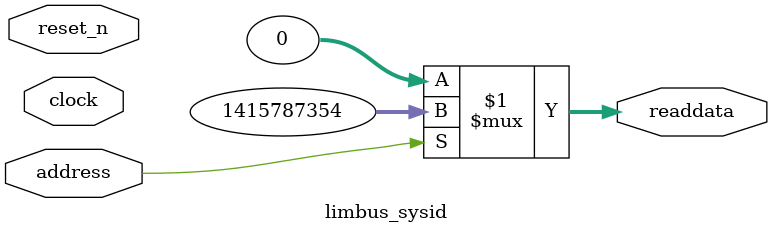
<source format=v>

`timescale 1ns / 1ps
// synthesis translate_on

// turn off superfluous verilog processor warnings 
// altera message_level Level1 
// altera message_off 10034 10035 10036 10037 10230 10240 10030 

module limbus_sysid (
               // inputs:
                address,
                clock,
                reset_n,

               // outputs:
                readdata
             )
;

  output  [ 31: 0] readdata;
  input            address;
  input            clock;
  input            reset_n;

  wire    [ 31: 0] readdata;
  //control_slave, which is an e_avalon_slave
  assign readdata = address ? 1415787354 : 0;

endmodule




</source>
